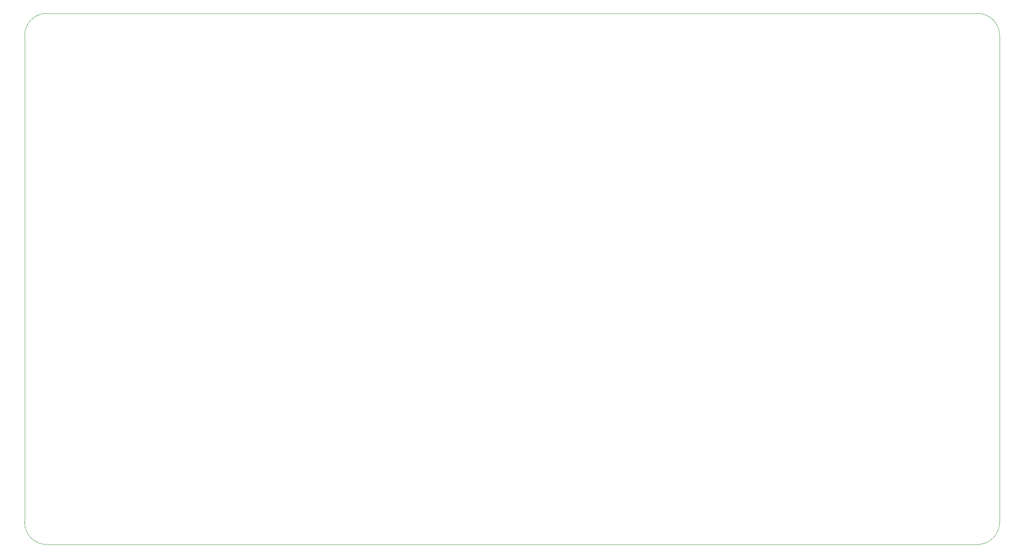
<source format=gbr>
G04 #@! TF.GenerationSoftware,KiCad,Pcbnew,5.1.2*
G04 #@! TF.CreationDate,2020-06-11T23:37:28+09:30*
G04 #@! TF.ProjectId,hardware,68617264-7761-4726-952e-6b696361645f,1.0.0*
G04 #@! TF.SameCoordinates,Original*
G04 #@! TF.FileFunction,Profile,NP*
%FSLAX46Y46*%
G04 Gerber Fmt 4.6, Leading zero omitted, Abs format (unit mm)*
G04 Created by KiCad (PCBNEW 5.1.2) date 2020-06-11 23:37:28*
%MOMM*%
%LPD*%
G04 APERTURE LIST*
%ADD10C,0.100000*%
G04 APERTURE END LIST*
D10*
X260000000Y-145000000D02*
X260000000Y-35000000D01*
X255000000Y-150000000D02*
G75*
G03X260000000Y-145000000I0J5000000D01*
G01*
X255000000Y-150000000D02*
X45000000Y-150000000D01*
X255000000Y-30000000D02*
X45000000Y-30000000D01*
X260000000Y-35000000D02*
G75*
G03X255000000Y-30000000I-5000000J0D01*
G01*
X45000000Y-30000000D02*
G75*
G03X40000000Y-35000000I0J-5000000D01*
G01*
X40000000Y-145000000D02*
G75*
G03X45000000Y-150000000I5000000J0D01*
G01*
X40000000Y-145000000D02*
X40000000Y-35000000D01*
M02*

</source>
